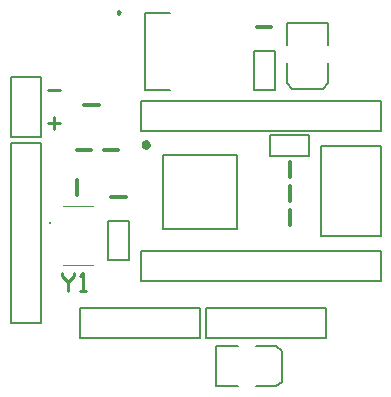
<source format=gto>
G04*
G04 #@! TF.GenerationSoftware,Altium Limited,Altium Designer,19.1.8 (144)*
G04*
G04 Layer_Color=65535*
%FSLAX25Y25*%
%MOIN*%
G70*
G01*
G75*
%ADD10C,0.00787*%
%ADD11C,0.00984*%
%ADD12C,0.01575*%
%ADD13C,0.00394*%
%ADD14C,0.00800*%
%ADD15C,0.01200*%
%ADD16C,0.01000*%
D10*
X18551Y60224D02*
Y59831D01*
Y60224D01*
Y59831D01*
X73972Y5307D02*
X81453D01*
X73972Y18693D02*
X81453D01*
X73972Y5307D02*
Y18693D01*
X96020Y6882D02*
Y17118D01*
X87358Y5307D02*
X94051D01*
X94051Y18693D02*
X96020Y17118D01*
X94051Y5307D02*
X96020Y6882D01*
X87358Y18693D02*
X94051D01*
X97807Y118953D02*
Y126433D01*
X111193Y118953D02*
Y126433D01*
X97807D02*
X111193D01*
X99382Y104386D02*
X109618D01*
X97807Y106354D02*
Y113047D01*
X109618Y104386D02*
X111193Y106354D01*
X97807Y106354D02*
X99382Y104386D01*
X111193Y106354D02*
Y113047D01*
X129000Y66333D02*
Y85500D01*
Y55500D02*
Y85500D01*
X109000Y55500D02*
Y85500D01*
Y55500D02*
X129000D01*
X109000Y85500D02*
X129000D01*
X28500Y21500D02*
Y31500D01*
Y21500D02*
X68500D01*
X28500Y31500D02*
X68500D01*
Y21500D02*
Y31500D01*
X70500Y21500D02*
Y31500D01*
Y21500D02*
X110500D01*
X70500Y31500D02*
X110500D01*
Y21500D02*
Y31500D01*
X5500Y108500D02*
X15500D01*
X5500Y88500D02*
X15500D01*
X5500D02*
Y108500D01*
X15500Y88500D02*
Y108500D01*
X49000Y40500D02*
X129000D01*
Y50500D01*
X49000D02*
X129000D01*
X49000Y40500D02*
Y50500D01*
Y90500D02*
X129000D01*
Y100500D01*
X49000D02*
X129000D01*
X49000Y90500D02*
Y100500D01*
X15500Y26500D02*
Y86500D01*
X5500Y26500D02*
Y86500D01*
Y26500D02*
X15500D01*
X5500Y86500D02*
X15500D01*
X50240Y104205D02*
X58508D01*
X50240D02*
Y129795D01*
X58508D01*
X56276Y82579D02*
X81079D01*
Y57776D02*
Y82579D01*
X56276Y57776D02*
X81079D01*
X56276D02*
Y82579D01*
D11*
X42071Y129992D02*
X41333Y130418D01*
Y129566D01*
X42071Y129992D01*
D12*
X51354Y85925D02*
X50810Y86674D01*
X49930Y86388D01*
Y85462D01*
X50810Y85176D01*
X51354Y85925D01*
D13*
X23079Y45658D02*
X32921D01*
X23079D02*
X32921D01*
X23079Y65342D02*
X32921D01*
X23079D02*
X32921D01*
D14*
X38000Y47500D02*
X45000D01*
X38000D02*
Y60500D01*
X45000D01*
Y47500D02*
Y60500D01*
X86500Y117000D02*
X93500D01*
Y104000D02*
Y117000D01*
X86500Y104000D02*
X93500D01*
X86500D02*
Y117000D01*
X92000Y89000D02*
X105000D01*
X92000Y82000D02*
Y89000D01*
Y82000D02*
X105000D01*
Y89000D01*
D15*
X27540Y83999D02*
X32460D01*
X87539Y124999D02*
X92461D01*
X30040Y98999D02*
X34960D01*
X98501Y75039D02*
Y79961D01*
X98499Y59039D02*
Y63960D01*
X36540Y83999D02*
X41460D01*
X98499Y67040D02*
Y71961D01*
X27499Y69039D02*
Y73961D01*
X39039Y68501D02*
X43960D01*
D16*
X18000Y92999D02*
X21999D01*
X19999Y94998D02*
Y91000D01*
X18000Y103999D02*
X21999D01*
X22500Y42998D02*
Y41998D01*
X24499Y39999D01*
X26499Y41998D01*
Y42998D01*
X24499Y39999D02*
Y37000D01*
X28498D02*
X30497D01*
X29498D01*
Y42998D01*
X28498Y41998D01*
M02*

</source>
